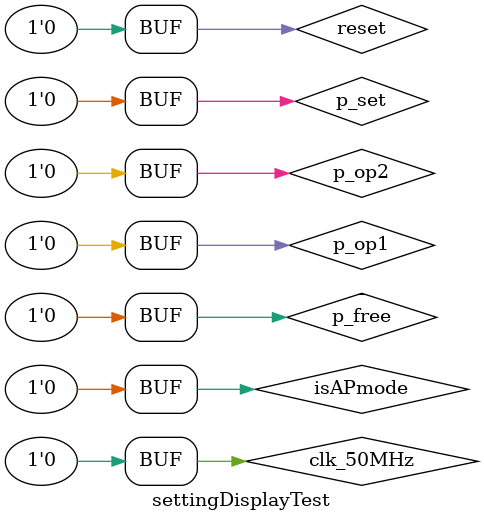
<source format=v>
`timescale 1ns / 1ps


module settingDisplayTest;

	// Inputs
	reg clk_50MHz;
	reg reset;
	reg isAPmode;
	reg p_set;
	reg p_op1;
	reg p_op2;
	reg p_free;

	// Outputs
	wire [6:0] loadH;
	wire [6:0] loadM;
	wire [6:0] loadS;
	wire load;
	wire [41:0] display;

	// Instantiate the Unit Under Test (UUT)
	settingDisplay uut (
		.clk_50MHz(clk_50MHz), 
		.reset(reset), 
		.isAPmode(isAPmode), 
		.p_set(p_set), 
		.p_op1(p_op1), 
		.p_op2(p_op2), 
		.p_free(p_free), 
		.loadH(loadH), 
		.loadM(loadM), 
		.loadS(loadS), 
		.load(load), 
		.display(display)
	);

	initial begin
		// Initialize Inputs
		clk_50MHz = 0;
		reset = 0;
		isAPmode = 0;
		p_set = 0;
		p_op1 = 0;
		p_op2 = 0;
		p_free = 0;
		
		#15;
		p_op1 = 1;
		#15;
		p_op1 = 0;
		#15;
		p_op1 = 1;
		#15;
		p_op1 = 0;
		#15;
		p_op1 = 1;
		#15;
		p_op1 = 0;
		#15;
		p_op1 = 1;
		#15;
		p_op1 = 0;
		#15;
		p_op1 = 1;
		#15;
		p_op1 = 0;
		
		
		#15;
		p_set = 1;
		#15;
		p_set = 0;
		
		
		
		#15;
		p_op2 = 1;
		#15;
		p_op2 = 0;
		#15;
		p_op2 = 1;
		#15;
		p_op2 = 0;
		#15;
		p_op2 = 1;
		#15;
		p_op2 = 0;
		#15;
		p_op2 = 1;
		#15;
		p_op2 = 0;
		
		
		#15;
		p_set = 1;
		#15;
		p_set = 0;
        
		// Add stimulus here

	end
	
	always begin
		#10; clk_50MHz = 1;
		#10; clk_50MHz = 0;
	end
      
endmodule


</source>
